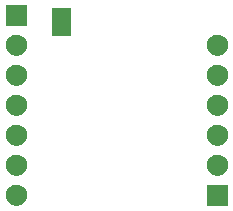
<source format=gbr>
G04 #@! TF.GenerationSoftware,KiCad,Pcbnew,(5.1.5)-3*
G04 #@! TF.CreationDate,2020-08-04T19:08:33+10:00*
G04 #@! TF.ProjectId,Interconnect,496e7465-7263-46f6-9e6e-6563742e6b69,rev 0.2*
G04 #@! TF.SameCoordinates,Original*
G04 #@! TF.FileFunction,Soldermask,Bot*
G04 #@! TF.FilePolarity,Negative*
%FSLAX46Y46*%
G04 Gerber Fmt 4.6, Leading zero omitted, Abs format (unit mm)*
G04 Created by KiCad (PCBNEW (5.1.5)-3) date 2020-08-04 19:08:33*
%MOMM*%
%LPD*%
G04 APERTURE LIST*
%ADD10C,0.020000*%
G04 APERTURE END LIST*
D10*
G36*
X150735512Y-101211927D02*
G01*
X150884812Y-101241624D01*
X151048784Y-101309544D01*
X151196354Y-101408147D01*
X151321853Y-101533646D01*
X151420456Y-101681216D01*
X151488376Y-101845188D01*
X151523000Y-102019259D01*
X151523000Y-102196741D01*
X151488376Y-102370812D01*
X151420456Y-102534784D01*
X151321853Y-102682354D01*
X151196354Y-102807853D01*
X151048784Y-102906456D01*
X150884812Y-102974376D01*
X150735512Y-103004073D01*
X150710742Y-103009000D01*
X150533258Y-103009000D01*
X150508488Y-103004073D01*
X150359188Y-102974376D01*
X150195216Y-102906456D01*
X150047646Y-102807853D01*
X149922147Y-102682354D01*
X149823544Y-102534784D01*
X149755624Y-102370812D01*
X149721000Y-102196741D01*
X149721000Y-102019259D01*
X149755624Y-101845188D01*
X149823544Y-101681216D01*
X149922147Y-101533646D01*
X150047646Y-101408147D01*
X150195216Y-101309544D01*
X150359188Y-101241624D01*
X150508488Y-101211927D01*
X150533258Y-101207000D01*
X150710742Y-101207000D01*
X150735512Y-101211927D01*
G37*
G36*
X168541000Y-103009000D02*
G01*
X166739000Y-103009000D01*
X166739000Y-101207000D01*
X168541000Y-101207000D01*
X168541000Y-103009000D01*
G37*
G36*
X150735512Y-98671927D02*
G01*
X150884812Y-98701624D01*
X151048784Y-98769544D01*
X151196354Y-98868147D01*
X151321853Y-98993646D01*
X151420456Y-99141216D01*
X151488376Y-99305188D01*
X151523000Y-99479259D01*
X151523000Y-99656741D01*
X151488376Y-99830812D01*
X151420456Y-99994784D01*
X151321853Y-100142354D01*
X151196354Y-100267853D01*
X151048784Y-100366456D01*
X150884812Y-100434376D01*
X150735512Y-100464073D01*
X150710742Y-100469000D01*
X150533258Y-100469000D01*
X150508488Y-100464073D01*
X150359188Y-100434376D01*
X150195216Y-100366456D01*
X150047646Y-100267853D01*
X149922147Y-100142354D01*
X149823544Y-99994784D01*
X149755624Y-99830812D01*
X149721000Y-99656741D01*
X149721000Y-99479259D01*
X149755624Y-99305188D01*
X149823544Y-99141216D01*
X149922147Y-98993646D01*
X150047646Y-98868147D01*
X150195216Y-98769544D01*
X150359188Y-98701624D01*
X150508488Y-98671927D01*
X150533258Y-98667000D01*
X150710742Y-98667000D01*
X150735512Y-98671927D01*
G37*
G36*
X167753512Y-98671927D02*
G01*
X167902812Y-98701624D01*
X168066784Y-98769544D01*
X168214354Y-98868147D01*
X168339853Y-98993646D01*
X168438456Y-99141216D01*
X168506376Y-99305188D01*
X168541000Y-99479259D01*
X168541000Y-99656741D01*
X168506376Y-99830812D01*
X168438456Y-99994784D01*
X168339853Y-100142354D01*
X168214354Y-100267853D01*
X168066784Y-100366456D01*
X167902812Y-100434376D01*
X167753512Y-100464073D01*
X167728742Y-100469000D01*
X167551258Y-100469000D01*
X167526488Y-100464073D01*
X167377188Y-100434376D01*
X167213216Y-100366456D01*
X167065646Y-100267853D01*
X166940147Y-100142354D01*
X166841544Y-99994784D01*
X166773624Y-99830812D01*
X166739000Y-99656741D01*
X166739000Y-99479259D01*
X166773624Y-99305188D01*
X166841544Y-99141216D01*
X166940147Y-98993646D01*
X167065646Y-98868147D01*
X167213216Y-98769544D01*
X167377188Y-98701624D01*
X167526488Y-98671927D01*
X167551258Y-98667000D01*
X167728742Y-98667000D01*
X167753512Y-98671927D01*
G37*
G36*
X150735512Y-96131927D02*
G01*
X150884812Y-96161624D01*
X151048784Y-96229544D01*
X151196354Y-96328147D01*
X151321853Y-96453646D01*
X151420456Y-96601216D01*
X151488376Y-96765188D01*
X151523000Y-96939259D01*
X151523000Y-97116741D01*
X151488376Y-97290812D01*
X151420456Y-97454784D01*
X151321853Y-97602354D01*
X151196354Y-97727853D01*
X151048784Y-97826456D01*
X150884812Y-97894376D01*
X150735512Y-97924073D01*
X150710742Y-97929000D01*
X150533258Y-97929000D01*
X150508488Y-97924073D01*
X150359188Y-97894376D01*
X150195216Y-97826456D01*
X150047646Y-97727853D01*
X149922147Y-97602354D01*
X149823544Y-97454784D01*
X149755624Y-97290812D01*
X149721000Y-97116741D01*
X149721000Y-96939259D01*
X149755624Y-96765188D01*
X149823544Y-96601216D01*
X149922147Y-96453646D01*
X150047646Y-96328147D01*
X150195216Y-96229544D01*
X150359188Y-96161624D01*
X150508488Y-96131927D01*
X150533258Y-96127000D01*
X150710742Y-96127000D01*
X150735512Y-96131927D01*
G37*
G36*
X167753512Y-96131927D02*
G01*
X167902812Y-96161624D01*
X168066784Y-96229544D01*
X168214354Y-96328147D01*
X168339853Y-96453646D01*
X168438456Y-96601216D01*
X168506376Y-96765188D01*
X168541000Y-96939259D01*
X168541000Y-97116741D01*
X168506376Y-97290812D01*
X168438456Y-97454784D01*
X168339853Y-97602354D01*
X168214354Y-97727853D01*
X168066784Y-97826456D01*
X167902812Y-97894376D01*
X167753512Y-97924073D01*
X167728742Y-97929000D01*
X167551258Y-97929000D01*
X167526488Y-97924073D01*
X167377188Y-97894376D01*
X167213216Y-97826456D01*
X167065646Y-97727853D01*
X166940147Y-97602354D01*
X166841544Y-97454784D01*
X166773624Y-97290812D01*
X166739000Y-97116741D01*
X166739000Y-96939259D01*
X166773624Y-96765188D01*
X166841544Y-96601216D01*
X166940147Y-96453646D01*
X167065646Y-96328147D01*
X167213216Y-96229544D01*
X167377188Y-96161624D01*
X167526488Y-96131927D01*
X167551258Y-96127000D01*
X167728742Y-96127000D01*
X167753512Y-96131927D01*
G37*
G36*
X167753512Y-93591927D02*
G01*
X167902812Y-93621624D01*
X168066784Y-93689544D01*
X168214354Y-93788147D01*
X168339853Y-93913646D01*
X168438456Y-94061216D01*
X168506376Y-94225188D01*
X168541000Y-94399259D01*
X168541000Y-94576741D01*
X168506376Y-94750812D01*
X168438456Y-94914784D01*
X168339853Y-95062354D01*
X168214354Y-95187853D01*
X168066784Y-95286456D01*
X167902812Y-95354376D01*
X167753512Y-95384073D01*
X167728742Y-95389000D01*
X167551258Y-95389000D01*
X167526488Y-95384073D01*
X167377188Y-95354376D01*
X167213216Y-95286456D01*
X167065646Y-95187853D01*
X166940147Y-95062354D01*
X166841544Y-94914784D01*
X166773624Y-94750812D01*
X166739000Y-94576741D01*
X166739000Y-94399259D01*
X166773624Y-94225188D01*
X166841544Y-94061216D01*
X166940147Y-93913646D01*
X167065646Y-93788147D01*
X167213216Y-93689544D01*
X167377188Y-93621624D01*
X167526488Y-93591927D01*
X167551258Y-93587000D01*
X167728742Y-93587000D01*
X167753512Y-93591927D01*
G37*
G36*
X150735512Y-93591927D02*
G01*
X150884812Y-93621624D01*
X151048784Y-93689544D01*
X151196354Y-93788147D01*
X151321853Y-93913646D01*
X151420456Y-94061216D01*
X151488376Y-94225188D01*
X151523000Y-94399259D01*
X151523000Y-94576741D01*
X151488376Y-94750812D01*
X151420456Y-94914784D01*
X151321853Y-95062354D01*
X151196354Y-95187853D01*
X151048784Y-95286456D01*
X150884812Y-95354376D01*
X150735512Y-95384073D01*
X150710742Y-95389000D01*
X150533258Y-95389000D01*
X150508488Y-95384073D01*
X150359188Y-95354376D01*
X150195216Y-95286456D01*
X150047646Y-95187853D01*
X149922147Y-95062354D01*
X149823544Y-94914784D01*
X149755624Y-94750812D01*
X149721000Y-94576741D01*
X149721000Y-94399259D01*
X149755624Y-94225188D01*
X149823544Y-94061216D01*
X149922147Y-93913646D01*
X150047646Y-93788147D01*
X150195216Y-93689544D01*
X150359188Y-93621624D01*
X150508488Y-93591927D01*
X150533258Y-93587000D01*
X150710742Y-93587000D01*
X150735512Y-93591927D01*
G37*
G36*
X167753512Y-91051927D02*
G01*
X167902812Y-91081624D01*
X168066784Y-91149544D01*
X168214354Y-91248147D01*
X168339853Y-91373646D01*
X168438456Y-91521216D01*
X168506376Y-91685188D01*
X168541000Y-91859259D01*
X168541000Y-92036741D01*
X168506376Y-92210812D01*
X168438456Y-92374784D01*
X168339853Y-92522354D01*
X168214354Y-92647853D01*
X168066784Y-92746456D01*
X167902812Y-92814376D01*
X167753512Y-92844073D01*
X167728742Y-92849000D01*
X167551258Y-92849000D01*
X167526488Y-92844073D01*
X167377188Y-92814376D01*
X167213216Y-92746456D01*
X167065646Y-92647853D01*
X166940147Y-92522354D01*
X166841544Y-92374784D01*
X166773624Y-92210812D01*
X166739000Y-92036741D01*
X166739000Y-91859259D01*
X166773624Y-91685188D01*
X166841544Y-91521216D01*
X166940147Y-91373646D01*
X167065646Y-91248147D01*
X167213216Y-91149544D01*
X167377188Y-91081624D01*
X167526488Y-91051927D01*
X167551258Y-91047000D01*
X167728742Y-91047000D01*
X167753512Y-91051927D01*
G37*
G36*
X150735512Y-91051927D02*
G01*
X150884812Y-91081624D01*
X151048784Y-91149544D01*
X151196354Y-91248147D01*
X151321853Y-91373646D01*
X151420456Y-91521216D01*
X151488376Y-91685188D01*
X151523000Y-91859259D01*
X151523000Y-92036741D01*
X151488376Y-92210812D01*
X151420456Y-92374784D01*
X151321853Y-92522354D01*
X151196354Y-92647853D01*
X151048784Y-92746456D01*
X150884812Y-92814376D01*
X150735512Y-92844073D01*
X150710742Y-92849000D01*
X150533258Y-92849000D01*
X150508488Y-92844073D01*
X150359188Y-92814376D01*
X150195216Y-92746456D01*
X150047646Y-92647853D01*
X149922147Y-92522354D01*
X149823544Y-92374784D01*
X149755624Y-92210812D01*
X149721000Y-92036741D01*
X149721000Y-91859259D01*
X149755624Y-91685188D01*
X149823544Y-91521216D01*
X149922147Y-91373646D01*
X150047646Y-91248147D01*
X150195216Y-91149544D01*
X150359188Y-91081624D01*
X150508488Y-91051927D01*
X150533258Y-91047000D01*
X150710742Y-91047000D01*
X150735512Y-91051927D01*
G37*
G36*
X150735512Y-88511927D02*
G01*
X150884812Y-88541624D01*
X151048784Y-88609544D01*
X151196354Y-88708147D01*
X151321853Y-88833646D01*
X151420456Y-88981216D01*
X151488376Y-89145188D01*
X151523000Y-89319259D01*
X151523000Y-89496741D01*
X151488376Y-89670812D01*
X151420456Y-89834784D01*
X151321853Y-89982354D01*
X151196354Y-90107853D01*
X151048784Y-90206456D01*
X150884812Y-90274376D01*
X150735512Y-90304073D01*
X150710742Y-90309000D01*
X150533258Y-90309000D01*
X150508488Y-90304073D01*
X150359188Y-90274376D01*
X150195216Y-90206456D01*
X150047646Y-90107853D01*
X149922147Y-89982354D01*
X149823544Y-89834784D01*
X149755624Y-89670812D01*
X149721000Y-89496741D01*
X149721000Y-89319259D01*
X149755624Y-89145188D01*
X149823544Y-88981216D01*
X149922147Y-88833646D01*
X150047646Y-88708147D01*
X150195216Y-88609544D01*
X150359188Y-88541624D01*
X150508488Y-88511927D01*
X150533258Y-88507000D01*
X150710742Y-88507000D01*
X150735512Y-88511927D01*
G37*
G36*
X167753512Y-88511927D02*
G01*
X167902812Y-88541624D01*
X168066784Y-88609544D01*
X168214354Y-88708147D01*
X168339853Y-88833646D01*
X168438456Y-88981216D01*
X168506376Y-89145188D01*
X168541000Y-89319259D01*
X168541000Y-89496741D01*
X168506376Y-89670812D01*
X168438456Y-89834784D01*
X168339853Y-89982354D01*
X168214354Y-90107853D01*
X168066784Y-90206456D01*
X167902812Y-90274376D01*
X167753512Y-90304073D01*
X167728742Y-90309000D01*
X167551258Y-90309000D01*
X167526488Y-90304073D01*
X167377188Y-90274376D01*
X167213216Y-90206456D01*
X167065646Y-90107853D01*
X166940147Y-89982354D01*
X166841544Y-89834784D01*
X166773624Y-89670812D01*
X166739000Y-89496741D01*
X166739000Y-89319259D01*
X166773624Y-89145188D01*
X166841544Y-88981216D01*
X166940147Y-88833646D01*
X167065646Y-88708147D01*
X167213216Y-88609544D01*
X167377188Y-88541624D01*
X167526488Y-88511927D01*
X167551258Y-88507000D01*
X167728742Y-88507000D01*
X167753512Y-88511927D01*
G37*
G36*
X155233000Y-88640500D02*
G01*
X153631000Y-88640500D01*
X153631000Y-86238500D01*
X155233000Y-86238500D01*
X155233000Y-88640500D01*
G37*
G36*
X151523000Y-87769000D02*
G01*
X149721000Y-87769000D01*
X149721000Y-85967000D01*
X151523000Y-85967000D01*
X151523000Y-87769000D01*
G37*
M02*

</source>
